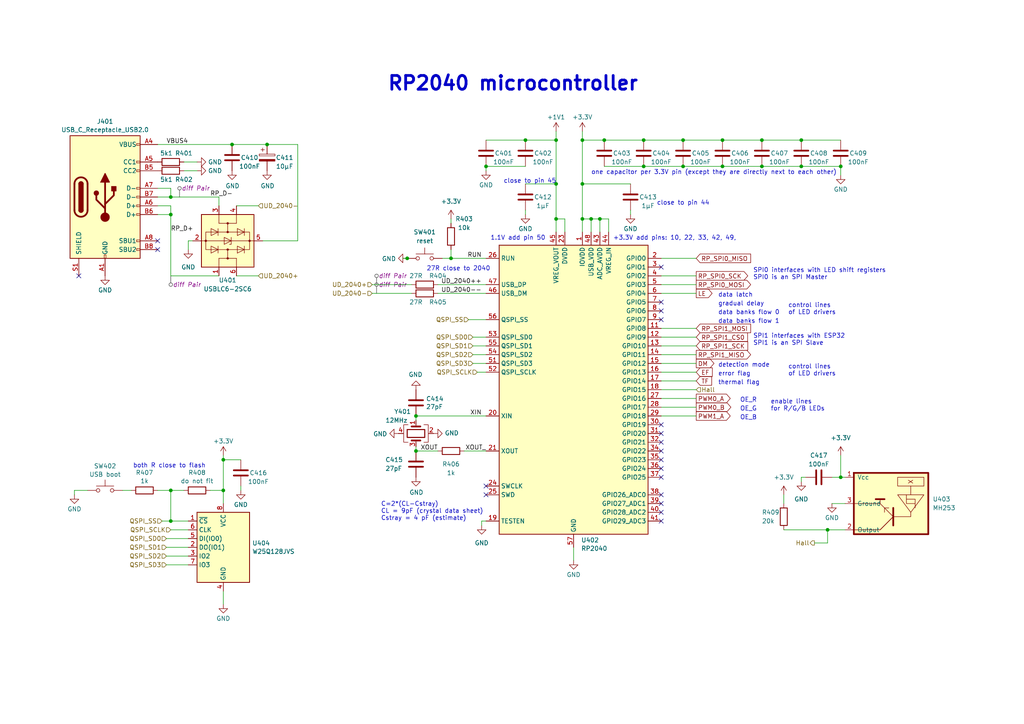
<source format=kicad_sch>
(kicad_sch (version 20231120) (generator "eeschema") (generator_version "8.0")
  (paper "A4")
  (title_block (title "RD56_color") (date "2023-08-20") (rev "Rev 2") (company "Ludwin Monz") (comment 1 "you may not use the material for commercial purposes.") (comment 2 "you may use non-commercially, adapt, share alike ") (comment 3 "https://creativecommons.org/licenses/by-nc-sa/4.0/") (comment 4 "License: Creative Commons Attribution-Non-Commercial (CC BY-NC-SA)"))
  (lib_symbols
    (symbol "Connector:USB_C_Receptacle_USB2.0" (pin_names (offset 1.016))
      (property "Reference" "J" (at -10.16 19.05 0))
      (property "Value" "USB_C_Receptacle_USB2.0" (at 19.05 19.05 0))
      (symbol "USB_C_Receptacle_USB2.0_0_0"
        (rectangle (start -0.254 -17.78) (end 0.254 -16.764))
        (rectangle (start 10.16 -14.986) (end 9.144 -15.494))
        (rectangle (start 10.16 -12.446) (end 9.144 -12.954))
        (rectangle (start 10.16 -4.826) (end 9.144 -5.334))
        (rectangle (start 10.16 -2.286) (end 9.144 -2.794))
        (rectangle (start 10.16 0.254) (end 9.144 -0.254))
        (rectangle (start 10.16 2.794) (end 9.144 2.286))
        (rectangle (start 10.16 7.874) (end 9.144 7.366))
        (rectangle (start 10.16 10.414) (end 9.144 9.906))
        (rectangle (start 10.16 15.494) (end 9.144 14.986))
      )
      (symbol "USB_C_Receptacle_USB2.0_0_1"
        (rectangle (start -10.16 17.78) (end 10.16 -17.78) (stroke (width 0.254)) (fill (type background)))
        (arc (start -8.89 -3.81) (mid -6.985 -5.7067) (end -5.08 -3.81) (stroke (width 0.508)))
        (arc (start -7.62 -3.81) (mid -6.985 -4.4423) (end -6.35 -3.81) (stroke (width 0.254)))
        (arc (start -7.62 -3.81) (mid -6.985 -4.4423) (end -6.35 -3.81) (stroke (width 0.254)) (fill (type outline)))
        (rectangle (start -7.62 -3.81) (end -6.35 3.81) (stroke (width 0.254)) (fill (type outline)))
        (arc (start -6.35 3.81) (mid -6.985 4.4423) (end -7.62 3.81) (stroke (width 0.254)))
        (arc (start -6.35 3.81) (mid -6.985 4.4423) (end -7.62 3.81) (stroke (width 0.254)) (fill (type outline)))
        (arc (start -5.08 3.81) (mid -6.985 5.7067) (end -8.89 3.81) (stroke (width 0.508)))
        (circle (center -2.54 1.143) (radius 0.635) (stroke (width 0.254)) (fill (type outline)))
        (circle (center 0 -5.842) (radius 1.27) (fill (type outline)))
        (polyline (pts (xy -8.89 -3.81) (xy -8.89 3.81)) (stroke (width 0.508)))
        (polyline (pts (xy -5.08 3.81) (xy -5.08 -3.81)) (stroke (width 0.508)))
        (polyline (pts (xy 0 -5.842) (xy 0 4.318)) (stroke (width 0.508)))
        (polyline (pts (xy 0 -3.302) (xy -2.54 -0.762) (xy -2.54 0.508)) (stroke (width 0.508)))
        (polyline (pts (xy 0 -2.032) (xy 2.54 0.508) (xy 2.54 1.778)) (stroke (width 0.508)))
        (polyline (pts (xy -1.27 4.318) (xy 0 6.858) (xy 1.27 4.318) (xy -1.27 4.318)) (stroke (width 0.254)) (fill (type outline)))
        (rectangle (start 1.905 1.778) (end 3.175 3.048) (stroke (width 0.254)) (fill (type outline)))
      )
      (symbol "USB_C_Receptacle_USB2.0_1_1"
        (pin passive line (at 0 -22.86 90) (length 5.08) (name "GND") (number "A1"))
        (pin passive line (at 0 -22.86 90) (length 5.08) hide (name "GND") (number "A12"))
        (pin passive line (at 15.24 15.24 180) (length 5.08) (name "VBUS") (number "A4"))
        (pin bidirectional line (at 15.24 10.16 180) (length 5.08) (name "CC1") (number "A5"))
        (pin bidirectional line (at 15.24 -2.54 180) (length 5.08) (name "D+") (number "A6"))
        (pin bidirectional line (at 15.24 2.54 180) (length 5.08) (name "D-") (number "A7"))
        (pin bidirectional line (at 15.24 -12.7 180) (length 5.08) (name "SBU1") (number "A8"))
        (pin passive line (at 15.24 15.24 180) (length 5.08) hide (name "VBUS") (number "A9"))
        (pin passive line (at 0 -22.86 90) (length 5.08) hide (name "GND") (number "B1"))
        (pin passive line (at 0 -22.86 90) (length 5.08) hide (name "GND") (number "B12"))
        (pin passive line (at 15.24 15.24 180) (length 5.08) hide (name "VBUS") (number "B4"))
        (pin bidirectional line (at 15.24 7.62 180) (length 5.08) (name "CC2") (number "B5"))
        (pin bidirectional line (at 15.24 -5.08 180) (length 5.08) (name "D+") (number "B6"))
        (pin bidirectional line (at 15.24 0 180) (length 5.08) (name "D-") (number "B7"))
        (pin bidirectional line (at 15.24 -15.24 180) (length 5.08) (name "SBU2") (number "B8"))
        (pin passive line (at 15.24 15.24 180) (length 5.08) hide (name "VBUS") (number "B9"))
        (pin passive line (at -7.62 -22.86 90) (length 5.08) (name "SHIELD") (number "S1"))
      )
    )
    (symbol "Device:C" (pin_numbers hide) (pin_names (offset 0.254))
      (property "Reference" "C" (at 0.635 2.54 0))
      (property "Value" "C" (at 0.635 -2.54 0))
      (symbol "C_0_1"
        (polyline (pts (xy -2.032 -0.762) (xy 2.032 -0.762)) (stroke (width 0.508)))
        (polyline (pts (xy -2.032 0.762) (xy 2.032 0.762)) (stroke (width 0.508)))
      )
      (symbol "C_1_1"
        (pin passive line (at 0 3.81 270) (length 2.794) (name "~") (number "1"))
        (pin passive line (at 0 -3.81 90) (length 2.794) (name "~") (number "2"))
      )
    )
    (symbol "Device:Crystal_GND24" (pin_names (offset 1.016) hide)
      (property "Reference" "Y" (at 3.175 5.08 0))
      (property "Value" "Crystal_GND24" (at 3.175 3.175 0))
      (symbol "Crystal_GND24_0_1"
        (rectangle (start -1.143 2.54) (end 1.143 -2.54) (stroke (width 0.3048)))
        (polyline (pts (xy -2.54 0) (xy -2.032 0)))
        (polyline (pts (xy -2.032 -1.27) (xy -2.032 1.27)) (stroke (width 0.508)))
        (polyline (pts (xy 0 -3.81) (xy 0 -3.556)))
        (polyline (pts (xy 0 3.556) (xy 0 3.81)))
        (polyline (pts (xy 2.032 -1.27) (xy 2.032 1.27)) (stroke (width 0.508)))
        (polyline (pts (xy 2.032 0) (xy 2.54 0)))
        (polyline (pts (xy -2.54 -2.286) (xy -2.54 -3.556) (xy 2.54 -3.556) (xy 2.54 -2.286)))
        (polyline (pts (xy -2.54 2.286) (xy -2.54 3.556) (xy 2.54 3.556) (xy 2.54 2.286)))
      )
      (symbol "Crystal_GND24_1_1"
        (pin passive line (at -3.81 0 0) (length 1.27) (name "1") (number "1"))
        (pin passive line (at 0 5.08 270) (length 1.27) (name "2") (number "2"))
        (pin passive line (at 3.81 0 180) (length 1.27) (name "3") (number "3"))
        (pin passive line (at 0 -5.08 90) (length 1.27) (name "4") (number "4"))
      )
    )
    (symbol "Device:R" (pin_numbers hide) (pin_names (offset 0))
      (property "Reference" "R" (at 2.032 0 90))
      (property "Value" "R" (at 0 0 90))
      (symbol "R_0_1"
        (rectangle (start -1.016 -2.54) (end 1.016 2.54) (stroke (width 0.254)))
      )
      (symbol "R_1_1"
        (pin passive line (at 0 3.81 270) (length 1.27) (name "~") (number "1"))
        (pin passive line (at 0 -3.81 90) (length 1.27) (name "~") (number "2"))
      )
    )
    (symbol "MCU_RaspberryPi:RP2040"
      (property "Reference" "U" (at 17.78 45.72 0))
      (property "Value" "RP2040" (at 17.78 43.18 0))
      (symbol "RP2040_0_1"
        (rectangle (start -21.59 41.91) (end 21.59 -41.91) (stroke (width 0.254)) (fill (type background)))
      )
      (symbol "RP2040_1_1"
        (pin power_in line (at 2.54 45.72 270) (length 3.81) (name "IOVDD") (number "1"))
        (pin passive line (at 2.54 45.72 270) (length 3.81) hide (name "IOVDD") (number "10"))
        (pin bidirectional line (at 25.4 17.78 180) (length 3.81) (name "GPIO8") (number "11"))
        (pin bidirectional line (at 25.4 15.24 180) (length 3.81) (name "GPIO9") (number "12"))
        (pin bidirectional line (at 25.4 12.7 180) (length 3.81) (name "GPIO10") (number "13"))
        (pin bidirectional line (at 25.4 10.16 180) (length 3.81) (name "GPIO11") (number "14"))
        (pin bidirectional line (at 25.4 7.62 180) (length 3.81) (name "GPIO12") (number "15"))
        (pin bidirectional line (at 25.4 5.08 180) (length 3.81) (name "GPIO13") (number "16"))
        (pin bidirectional line (at 25.4 2.54 180) (length 3.81) (name "GPIO14") (number "17"))
        (pin bidirectional line (at 25.4 0 180) (length 3.81) (name "GPIO15") (number "18"))
        (pin input line (at -25.4 -38.1 0) (length 3.81) (name "TESTEN") (number "19"))
        (pin bidirectional line (at 25.4 38.1 180) (length 3.81) (name "GPIO0") (number "2"))
        (pin input line (at -25.4 -7.62 0) (length 3.81) (name "XIN") (number "20"))
        (pin passive line (at -25.4 -17.78 0) (length 3.81) (name "XOUT") (number "21"))
        (pin passive line (at 2.54 45.72 270) (length 3.81) hide (name "IOVDD") (number "22"))
        (pin power_in line (at -2.54 45.72 270) (length 3.81) (name "DVDD") (number "23"))
        (pin input line (at -25.4 -27.94 0) (length 3.81) (name "SWCLK") (number "24"))
        (pin bidirectional line (at -25.4 -30.48 0) (length 3.81) (name "SWD") (number "25"))
        (pin input line (at -25.4 38.1 0) (length 3.81) (name "RUN") (number "26"))
        (pin bidirectional line (at 25.4 -2.54 180) (length 3.81) (name "GPIO16") (number "27"))
        (pin bidirectional line (at 25.4 -5.08 180) (length 3.81) (name "GPIO17") (number "28"))
        (pin bidirectional line (at 25.4 -7.62 180) (length 3.81) (name "GPIO18") (number "29"))
        (pin bidirectional line (at 25.4 35.56 180) (length 3.81) (name "GPIO1") (number "3"))
        (pin bidirectional line (at 25.4 -10.16 180) (length 3.81) (name "GPIO19") (number "30"))
        (pin bidirectional line (at 25.4 -12.7 180) (length 3.81) (name "GPIO20") (number "31"))
        (pin bidirectional line (at 25.4 -15.24 180) (length 3.81) (name "GPIO21") (number "32"))
        (pin passive line (at 2.54 45.72 270) (length 3.81) hide (name "IOVDD") (number "33"))
        (pin bidirectional line (at 25.4 -17.78 180) (length 3.81) (name "GPIO22") (number "34"))
        (pin bidirectional line (at 25.4 -20.32 180) (length 3.81) (name "GPIO23") (number "35"))
        (pin bidirectional line (at 25.4 -22.86 180) (length 3.81) (name "GPIO24") (number "36"))
        (pin bidirectional line (at 25.4 -25.4 180) (length 3.81) (name "GPIO25") (number "37"))
        (pin bidirectional line (at 25.4 -30.48 180) (length 3.81) (name "GPIO26_ADC0") (number "38"))
        (pin bidirectional line (at 25.4 -33.02 180) (length 3.81) (name "GPIO27_ADC1") (number "39"))
        (pin bidirectional line (at 25.4 33.02 180) (length 3.81) (name "GPIO2") (number "4"))
        (pin bidirectional line (at 25.4 -35.56 180) (length 3.81) (name "GPIO28_ADC2") (number "40"))
        (pin bidirectional line (at 25.4 -38.1 180) (length 3.81) (name "GPIO29_ADC3") (number "41"))
        (pin passive line (at 2.54 45.72 270) (length 3.81) hide (name "IOVDD") (number "42"))
        (pin power_in line (at 7.62 45.72 270) (length 3.81) (name "ADC_AVDD") (number "43"))
        (pin power_in line (at 10.16 45.72 270) (length 3.81) (name "VREG_IN") (number "44"))
        (pin power_out line (at -5.08 45.72 270) (length 3.81) (name "VREG_VOUT") (number "45"))
        (pin bidirectional line (at -25.4 27.94 0) (length 3.81) (name "USB_DM") (number "46"))
        (pin bidirectional line (at -25.4 30.48 0) (length 3.81) (name "USB_DP") (number "47"))
        (pin power_in line (at 5.08 45.72 270) (length 3.81) (name "USB_VDD") (number "48"))
        (pin passive line (at 2.54 45.72 270) (length 3.81) hide (name "IOVDD") (number "49"))
        (pin bidirectional line (at 25.4 30.48 180) (length 3.81) (name "GPIO3") (number "5"))
        (pin passive line (at -2.54 45.72 270) (length 3.81) hide (name "DVDD") (number "50"))
        (pin bidirectional line (at -25.4 7.62 0) (length 3.81) (name "QSPI_SD3") (number "51"))
        (pin output line (at -25.4 5.08 0) (length 3.81) (name "QSPI_SCLK") (number "52"))
        (pin bidirectional line (at -25.4 15.24 0) (length 3.81) (name "QSPI_SD0") (number "53"))
        (pin bidirectional line (at -25.4 10.16 0) (length 3.81) (name "QSPI_SD2") (number "54"))
        (pin bidirectional line (at -25.4 12.7 0) (length 3.81) (name "QSPI_SD1") (number "55"))
        (pin bidirectional line (at -25.4 20.32 0) (length 3.81) (name "QSPI_SS") (number "56"))
        (pin power_in line (at 0 -45.72 90) (length 3.81) (name "GND") (number "57"))
        (pin bidirectional line (at 25.4 27.94 180) (length 3.81) (name "GPIO4") (number "6"))
        (pin bidirectional line (at 25.4 25.4 180) (length 3.81) (name "GPIO5") (number "7"))
        (pin bidirectional line (at 25.4 22.86 180) (length 3.81) (name "GPIO6") (number "8"))
        (pin bidirectional line (at 25.4 20.32 180) (length 3.81) (name "GPIO7") (number "9"))
      )
    )
    (symbol "Memory_Flash:W25Q128JVS"
      (property "Reference" "U" (at -8.89 8.89 0))
      (property "Value" "W25Q128JVS" (at 7.62 8.89 0))
      (symbol "W25Q128JVS_0_1"
        (rectangle (start -7.62 10.16) (end 7.62 -10.16) (stroke (width 0.254)) (fill (type background)))
      )
      (symbol "W25Q128JVS_1_1"
        (pin input line (at -10.16 7.62 0) (length 2.54) (name "~{CS}") (number "1"))
        (pin bidirectional line (at -10.16 0 0) (length 2.54) (name "DO(IO1)") (number "2"))
        (pin bidirectional line (at -10.16 -2.54 0) (length 2.54) (name "IO2") (number "3"))
        (pin power_in line (at 0 -12.7 90) (length 2.54) (name "GND") (number "4"))
        (pin bidirectional line (at -10.16 2.54 0) (length 2.54) (name "DI(IO0)") (number "5"))
        (pin input line (at -10.16 5.08 0) (length 2.54) (name "CLK") (number "6"))
        (pin bidirectional line (at -10.16 -5.08 0) (length 2.54) (name "IO3") (number "7"))
        (pin power_in line (at 0 12.7 270) (length 2.54) (name "VCC") (number "8"))
      )
    )
    (symbol "Power_Protection:USBLC6-2SC6" (pin_names hide)
      (property "Reference" "U" (at 2.54 8.89 0))
      (property "Value" "USBLC6-2SC6" (at 2.54 -8.89 0))
      (symbol "USBLC6-2SC6_0_1"
        (rectangle (start -7.62 -7.62) (end 7.62 7.62) (stroke (width 0.254)) (fill (type background)))
        (circle (center -5.08 0) (radius 0.254) (fill (type outline)))
        (circle (center -2.54 0) (radius 0.254) (fill (type outline)))
        (rectangle (start -2.54 6.35) (end 2.54 -6.35))
        (circle (center 0 -6.35) (radius 0.254) (fill (type outline)))
        (polyline (pts (xy -5.08 -2.54) (xy -7.62 -2.54)))
        (polyline (pts (xy -5.08 0) (xy -5.08 -2.54)))
        (polyline (pts (xy -5.08 2.54) (xy -7.62 2.54)))
        (polyline (pts (xy -1.524 -2.794) (xy -3.556 -2.794)))
        (polyline (pts (xy -1.524 4.826) (xy -3.556 4.826)))
        (polyline (pts (xy 0 -7.62) (xy 0 -6.35)))
        (polyline (pts (xy 0 -6.35) (xy 0 1.27)))
        (polyline (pts (xy 0 1.27) (xy 0 6.35)))
        (polyline (pts (xy 0 6.35) (xy 0 7.62)))
        (polyline (pts (xy 1.524 -2.794) (xy 3.556 -2.794)))
        (polyline (pts (xy 1.524 4.826) (xy 3.556 4.826)))
        (polyline (pts (xy 5.08 -2.54) (xy 7.62 -2.54)))
        (polyline (pts (xy 5.08 0) (xy 5.08 -2.54)))
        (polyline (pts (xy 5.08 2.54) (xy 7.62 2.54)))
        (polyline (pts (xy -2.54 0) (xy -5.08 0) (xy -5.08 2.54)))
        (polyline (pts (xy 2.54 0) (xy 5.08 0) (xy 5.08 2.54)))
        (polyline (pts (xy -3.556 -4.826) (xy -1.524 -4.826) (xy -2.54 -2.794) (xy -3.556 -4.826)))
        (polyline (pts (xy -3.556 2.794) (xy -1.524 2.794) (xy -2.54 4.826) (xy -3.556 2.794)))
        (polyline (pts (xy -1.016 -1.016) (xy 1.016 -1.016) (xy 0 1.016) (xy -1.016 -1.016)))
        (polyline (pts (xy 1.016 1.016) (xy 0.762 1.016) (xy -1.016 1.016) (xy -1.016 0.508)))
        (polyline (pts (xy 3.556 -4.826) (xy 1.524 -4.826) (xy 2.54 -2.794) (xy 3.556 -4.826)))
        (polyline (pts (xy 3.556 2.794) (xy 1.524 2.794) (xy 2.54 4.826) (xy 3.556 2.794)))
        (circle (center 0 6.35) (radius 0.254) (fill (type outline)))
        (circle (center 2.54 0) (radius 0.254) (fill (type outline)))
        (circle (center 5.08 0) (radius 0.254) (fill (type outline)))
      )
      (symbol "USBLC6-2SC6_1_1"
        (pin passive line (at -10.16 -2.54 0) (length 2.54) (name "I/O1") (number "1"))
        (pin passive line (at 0 -10.16 90) (length 2.54) (name "GND") (number "2"))
        (pin passive line (at 10.16 -2.54 180) (length 2.54) (name "I/O2") (number "3"))
        (pin passive line (at 10.16 2.54 180) (length 2.54) (name "I/O2") (number "4"))
        (pin passive line (at 0 10.16 270) (length 2.54) (name "VBUS") (number "5"))
        (pin passive line (at -10.16 2.54 0) (length 2.54) (name "I/O1") (number "6"))
      )
    )
    (symbol "RD40_display_SMD-rescue:CP-Device" (pin_numbers hide) (pin_names (offset 0.254))
      (property "Reference" "C" (at 0.635 2.54 0))
      (property "Value" "Device_CP" (at 0.635 -2.54 0))
      (symbol "CP-Device_0_1"
        (rectangle (start -2.286 0.508) (end 2.286 1.016))
        (polyline (pts (xy -1.778 2.286) (xy -0.762 2.286)))
        (polyline (pts (xy -1.27 2.794) (xy -1.27 1.778)))
        (rectangle (start 2.286 -0.508) (end -2.286 -1.016) (fill (type outline)))
      )
      (symbol "CP-Device_1_1"
        (pin passive line (at 0 3.81 270) (length 2.794) (name "~") (number "1"))
        (pin passive line (at 0 -3.81 90) (length 2.794) (name "~") (number "2"))
      )
    )
    (symbol "Switch:SW_Push" (pin_numbers hide) (pin_names (offset 1.016) hide)
      (property "Reference" "SW" (at 1.27 2.54 0))
      (property "Value" "SW_Push" (at 0 -1.524 0))
      (symbol "SW_Push_0_1"
        (circle (center -2.032 0) (radius 0.508))
        (polyline (pts (xy 0 1.27) (xy 0 3.048)))
        (polyline (pts (xy 2.54 1.27) (xy -2.54 1.27)))
        (circle (center 2.032 0) (radius 0.508))
        (pin passive line (at -5.08 0 0) (length 2.54) (name "1") (number "1"))
        (pin passive line (at 5.08 0 180) (length 2.54) (name "2") (number "2"))
      )
    )
    (symbol "a3144:MH253" (pin_names (offset 1.016))
      (property "Reference" "U" (at -1.27 3.81 0))
      (property "Value" "MH253" (at -1.27 1.27 0))
      (symbol "MH253_0_0"
        (polyline (pts (xy -2.54 -13.97) (xy -2.54 -16.51)) (stroke (width 0.508)))
        (polyline (pts (xy -1.27 -17.78) (xy -1.27 -22.86)))
        (polyline (pts (xy -1.27 -15.24) (xy -2.54 -15.24)))
        (polyline (pts (xy -1.27 -15.24) (xy -1.27 -17.78)))
        (polyline (pts (xy 0 -11.43) (xy 5.08 -11.43)) (stroke (width 0.508)))
        (polyline (pts (xy 2.54 -11.43) (xy 6.35 -15.24)))
        (polyline (pts (xy 6.35 -17.78) (xy 6.35 -22.86)))
        (polyline (pts (xy 6.35 -15.24) (xy 6.35 -17.78)))
        (polyline (pts (xy 1.27 -6.35) (xy 2.54 -6.35) (xy 2.54 -11.43)))
        (polyline (pts (xy 0 -13.97) (xy 1.27 -13.97) (xy 0 -13.97) (xy 0 -12.7)))
        (polyline (pts (xy 2.54 -11.43) (xy -1.27 -15.24) (xy 2.54 -11.43) (xy 6.35 -15.24)))
        (polyline (pts (xy -10.16 -22.86) (xy 7.62 -22.86) (xy 7.62 -1.27) (xy -10.16 -1.27) (xy -10.16 -22.86)) (stroke (width 0.508)) (fill (type background)))
        (text "X" (at -7.62 -6.35 0) (effects (font (size 1.27 1.27))))
      )
      (symbol "MH253_0_1"
        (polyline (pts (xy -3.81 -6.35) (xy -6.35 -6.35)))
        (polyline (pts (xy 1.27 -6.35) (xy -3.81 -2.54) (xy -3.81 -10.16) (xy 1.27 -6.35)))
        (polyline (pts (xy -6.35 -2.54) (xy -8.89 -2.54) (xy -8.89 -10.16) (xy -6.35 -10.16) (xy -6.35 -2.54)))
        (polyline (pts (xy -3.81 -7.62) (xy -1.27 -7.62) (xy -1.27 -5.08) (xy 0 -5.08) (xy -2.54 -5.08) (xy -2.54 -7.62) (xy -2.54 -6.35) (xy -2.54 -7.62)))
      )
      (symbol "MH253_1_1"
        (pin input line (at -8.89 -25.4 90) (length 2.54) (name "Vcc") (number "1"))
        (pin input line (at 6.35 -25.4 90) (length 2.54) (name "Output") (number "2"))
        (pin input line (at -1.27 -25.4 90) (length 2.54) (name "Ground") (number "3"))
      )
    )
    (symbol "power:+1V1" (power) (pin_names (offset 0))
      (property "Value" "+1V1" (at 0 3.556 0))
      (symbol "+1V1_0_1"
        (polyline (pts (xy -0.762 1.27) (xy 0 2.54)))
        (polyline (pts (xy 0 0) (xy 0 2.54)))
        (polyline (pts (xy 0 2.54) (xy 0.762 1.27)))
      )
      (symbol "+1V1_1_1"
        (pin power_in line (at 0 0 90) (length 0) hide (name "+1V1") (number "1"))
      )
    )
    (symbol "power:+3.3V" (power) (pin_names (offset 0))
      (property "Value" "+3.3V" (at 0 3.556 0))
      (symbol "+3.3V_0_1"
        (polyline (pts (xy -0.762 1.27) (xy 0 2.54)))
        (polyline (pts (xy 0 0) (xy 0 2.54)))
        (polyline (pts (xy 0 2.54) (xy 0.762 1.27)))
      )
      (symbol "+3.3V_1_1"
        (pin power_in line (at 0 0 90) (length 0) hide (name "+3.3V") (number "1"))
      )
    )
    (symbol "power:GND" (power) (pin_names (offset 0))
      (property "Value" "GND" (at 0 -3.81 0))
      (symbol "GND_0_1"
        (polyline (pts (xy 0 0) (xy 0 -1.27) (xy 1.27 -1.27) (xy 0 -2.54) (xy -1.27 -1.27) (xy 0 -1.27)))
      )
      (symbol "GND_1_1"
        (pin power_in line (at 0 0 270) (length 0) hide (name "GND") (number "1"))
      )
    )
  )
  (junction (at 175.26 40.64))
  (junction (at 120.65 130.81))
  (junction (at 243.84 48.26))
  (junction (at 168.91 63.5))
  (junction (at 120.65 120.65))
  (junction (at 168.91 40.64))
  (junction (at 161.29 53.34))
  (junction (at 173.99 63.5))
  (junction (at 140.97 48.26))
  (junction (at 130.81 74.93))
  (junction (at 232.41 48.26))
  (junction (at 64.77 142.24))
  (junction (at 232.41 40.64))
  (junction (at 209.55 40.64))
  (junction (at 152.4 40.64))
  (junction (at 49.53 57.15))
  (junction (at 161.29 63.5))
  (junction (at 49.53 142.24))
  (junction (at 209.55 48.26))
  (junction (at 168.91 53.34))
  (junction (at 118.11 74.93))
  (junction (at 186.69 40.64))
  (junction (at 64.77 133.35))
  (junction (at 240.03 153.67))
  (junction (at 186.69 48.26))
  (junction (at 49.53 62.23))
  (junction (at 161.29 40.64))
  (junction (at 220.98 40.64))
  (junction (at 198.12 40.64))
  (junction (at 49.53 151.13))
  (junction (at 171.45 63.5))
  (junction (at 77.47 41.91))
  (junction (at 220.98 48.26))
  (junction (at 67.31 41.91))
  (junction (at 198.12 48.26))
  (junction (at 243.84 138.43))
  (no_connect (at 191.77 133.35))
  (no_connect (at 191.77 146.05))
  (no_connect (at 191.77 151.13))
  (no_connect (at 45.72 72.39))
  (no_connect (at 191.77 143.51))
  (no_connect (at 191.77 123.19))
  (no_connect (at 191.77 138.43))
  (no_connect (at 191.77 148.59))
  (no_connect (at 22.86 80.01))
  (no_connect (at 191.77 77.47))
  (no_connect (at 191.77 125.73))
  (no_connect (at 191.77 92.71))
  (no_connect (at 191.77 130.81))
  (no_connect (at 45.72 69.85))
  (no_connect (at 140.97 143.51))
  (no_connect (at 191.77 90.17))
  (no_connect (at 140.97 140.97))
  (no_connect (at 191.77 128.27))
  (no_connect (at 191.77 135.89))
  (no_connect (at 191.77 87.63))
  (wire (pts (xy 130.81 72.39) (xy 130.81 74.93)))
  (wire (pts (xy 168.91 53.34) (xy 168.91 63.5)))
  (wire (pts (xy 49.53 57.15) (xy 49.53 54.61)))
  (wire (pts (xy 168.91 63.5) (xy 171.45 63.5)))
  (wire (pts (xy 49.53 142.24) (xy 53.34 142.24)))
  (wire (pts (xy 69.85 140.97) (xy 69.85 142.24)))
  (wire (pts (xy 227.33 143.51) (xy 227.33 146.05)))
  (wire (pts (xy 120.65 130.81) (xy 127 130.81)))
  (wire (pts (xy 166.37 158.75) (xy 166.37 162.56)))
  (wire (pts (xy 176.53 63.5) (xy 173.99 63.5)))
  (wire (pts (xy 86.36 41.91) (xy 86.36 69.85)))
  (wire (pts (xy 171.45 63.5) (xy 171.45 67.31)))
  (wire (pts (xy 49.53 151.13) (xy 49.53 142.24)))
  (wire (pts (xy 120.65 129.54) (xy 120.65 130.81)))
  (wire (pts (xy 232.41 48.26) (xy 243.84 48.26)))
  (wire (pts (xy 64.77 132.08) (xy 64.77 133.35)))
  (wire (pts (xy 173.99 63.5) (xy 171.45 63.5)))
  (wire (pts (xy 48.26 158.75) (xy 54.61 158.75)))
  (wire (pts (xy 175.26 48.26) (xy 186.69 48.26)))
  (wire (pts (xy 168.91 40.64) (xy 168.91 53.34)))
  (wire (pts (xy 232.41 40.64) (xy 243.84 40.64)))
  (wire (pts (xy 186.69 40.64) (xy 198.12 40.64)))
  (wire (pts (xy 64.77 146.05) (xy 64.77 142.24)))
  (wire (pts (xy 191.77 115.57) (xy 201.93 115.57)))
  (wire (pts (xy 64.77 171.45) (xy 64.77 175.26)))
  (wire (pts (xy 137.16 102.87) (xy 140.97 102.87)))
  (wire (pts (xy 168.91 67.31) (xy 168.91 63.5)))
  (wire (pts (xy 48.26 163.83) (xy 54.61 163.83)))
  (wire (pts (xy 138.43 107.95) (xy 140.97 107.95)))
  (wire (pts (xy 236.22 157.48) (xy 240.03 157.48)))
  (wire (pts (xy 186.69 48.26) (xy 198.12 48.26)))
  (wire (pts (xy 49.53 80.01) (xy 63.5 80.01)))
  (wire (pts (xy 243.84 132.08) (xy 243.84 138.43)))
  (wire (pts (xy 163.83 67.31) (xy 163.83 63.5)))
  (wire (pts (xy 161.29 40.64) (xy 161.29 53.34)))
  (wire (pts (xy 152.4 53.34) (xy 161.29 53.34)))
  (wire (pts (xy 68.58 80.01) (xy 74.93 80.01)))
  (wire (pts (xy 49.53 153.67) (xy 54.61 153.67)))
  (wire (pts (xy 54.61 151.13) (xy 49.53 151.13)))
  (wire (pts (xy 45.72 59.69) (xy 49.53 59.69)))
  (wire (pts (xy 139.7 151.13) (xy 140.97 151.13)))
  (wire (pts (xy 49.53 54.61) (xy 45.72 54.61)))
  (wire (pts (xy 168.91 40.64) (xy 168.91 38.1)))
  (wire (pts (xy 161.29 38.1) (xy 161.29 40.64)))
  (wire (pts (xy 140.97 48.26) (xy 140.97 49.53)))
  (wire (pts (xy 140.97 48.26) (xy 152.4 48.26)))
  (wire (pts (xy 64.77 133.35) (xy 69.85 133.35)))
  (wire (pts (xy 240.03 153.67) (xy 245.11 153.67)))
  (wire (pts (xy 168.91 53.34) (xy 182.88 53.34)))
  (wire (pts (xy 139.7 152.4) (xy 139.7 151.13)))
  (wire (pts (xy 243.84 138.43) (xy 245.11 138.43)))
  (wire (pts (xy 227.33 153.67) (xy 240.03 153.67)))
  (wire (pts (xy 120.65 120.65) (xy 120.65 121.92)))
  (wire (pts (xy 21.59 143.51) (xy 21.59 142.24)))
  (wire (pts (xy 191.77 107.95) (xy 201.93 107.95)))
  (wire (pts (xy 68.58 59.69) (xy 74.93 59.69)))
  (wire (pts (xy 209.55 48.26) (xy 220.98 48.26)))
  (wire (pts (xy 86.36 69.85) (xy 76.2 69.85)))
  (wire (pts (xy 220.98 40.64) (xy 232.41 40.64)))
  (wire (pts (xy 134.62 130.81) (xy 140.97 130.81)))
  (wire (pts (xy 191.77 85.09) (xy 201.93 85.09)))
  (wire (pts (xy 241.3 146.05) (xy 245.11 146.05)))
  (wire (pts (xy 130.81 74.93) (xy 140.97 74.93)))
  (wire (pts (xy 53.34 49.53) (xy 57.15 49.53)))
  (wire (pts (xy 128.27 74.93) (xy 130.81 74.93)))
  (wire (pts (xy 241.3 138.43) (xy 243.84 138.43)))
  (wire (pts (xy 77.47 41.91) (xy 86.36 41.91)))
  (wire (pts (xy 173.99 67.31) (xy 173.99 63.5)))
  (wire (pts (xy 175.26 40.64) (xy 186.69 40.64)))
  (wire (pts (xy 137.16 105.41) (xy 140.97 105.41)))
  (wire (pts (xy 152.4 40.64) (xy 161.29 40.64)))
  (wire (pts (xy 45.72 142.24) (xy 49.53 142.24)))
  (wire (pts (xy 45.72 57.15) (xy 49.53 57.15)))
  (wire (pts (xy 191.77 102.87) (xy 201.93 102.87)))
  (wire (pts (xy 67.31 41.91) (xy 77.47 41.91)))
  (wire (pts (xy 176.53 67.31) (xy 176.53 63.5)))
  (wire (pts (xy 49.53 62.23) (xy 49.53 59.69)))
  (wire (pts (xy 152.4 60.96) (xy 152.4 62.23)))
  (wire (pts (xy 191.77 82.55) (xy 201.93 82.55)))
  (wire (pts (xy 191.77 120.65) (xy 201.93 120.65)))
  (wire (pts (xy 35.56 142.24) (xy 38.1 142.24)))
  (wire (pts (xy 53.34 46.99) (xy 57.15 46.99)))
  (wire (pts (xy 49.53 57.15) (xy 63.5 57.15)))
  (wire (pts (xy 161.29 63.5) (xy 161.29 67.31)))
  (wire (pts (xy 130.81 63.5) (xy 130.81 64.77)))
  (wire (pts (xy 198.12 40.64) (xy 209.55 40.64)))
  (wire (pts (xy 191.77 74.93) (xy 201.93 74.93)))
  (wire (pts (xy 21.59 142.24) (xy 25.4 142.24)))
  (wire (pts (xy 243.84 48.26) (xy 243.84 50.8)))
  (wire (pts (xy 107.95 85.09) (xy 119.38 85.09)))
  (wire (pts (xy 64.77 133.35) (xy 64.77 142.24)))
  (wire (pts (xy 137.16 97.79) (xy 140.97 97.79)))
  (wire (pts (xy 140.97 40.64) (xy 152.4 40.64)))
  (wire (pts (xy 161.29 53.34) (xy 161.29 63.5)))
  (wire (pts (xy 48.26 156.21) (xy 54.61 156.21)))
  (wire (pts (xy 120.65 120.65) (xy 140.97 120.65)))
  (wire (pts (xy 191.77 80.01) (xy 201.93 80.01)))
  (wire (pts (xy 191.77 95.25) (xy 201.93 95.25)))
  (wire (pts (xy 127 82.55) (xy 140.97 82.55)))
  (wire (pts (xy 137.16 100.33) (xy 140.97 100.33)))
  (wire (pts (xy 232.41 139.7) (xy 232.41 138.43)))
  (wire (pts (xy 163.83 63.5) (xy 161.29 63.5)))
  (wire (pts (xy 46.99 151.13) (xy 49.53 151.13)))
  (wire (pts (xy 48.26 161.29) (xy 54.61 161.29)))
  (wire (pts (xy 54.61 72.39) (xy 54.61 69.85)))
  (wire (pts (xy 127 85.09) (xy 140.97 85.09)))
  (wire (pts (xy 182.88 60.96) (xy 182.88 62.23)))
  (wire (pts (xy 135.89 92.71) (xy 140.97 92.71)))
  (wire (pts (xy 232.41 138.43) (xy 233.68 138.43)))
  (wire (pts (xy 49.53 62.23) (xy 49.53 80.01)))
  (wire (pts (xy 220.98 48.26) (xy 232.41 48.26)))
  (wire (pts (xy 54.61 69.85) (xy 55.88 69.85)))
  (wire (pts (xy 209.55 40.64) (xy 220.98 40.64)))
  (wire (pts (xy 64.77 142.24) (xy 60.96 142.24)))
  (wire (pts (xy 240.03 157.48) (xy 240.03 153.67)))
  (wire (pts (xy 191.77 105.41) (xy 201.93 105.41)))
  (wire (pts (xy 63.5 57.15) (xy 63.5 59.69)))
  (wire (pts (xy 45.72 62.23) (xy 49.53 62.23)))
  (wire (pts (xy 191.77 113.03) (xy 201.93 113.03)))
  (wire (pts (xy 45.72 41.91) (xy 67.31 41.91)))
  (wire (pts (xy 198.12 48.26) (xy 209.55 48.26)))
  (wire (pts (xy 191.77 118.11) (xy 201.93 118.11)))
  (wire (pts (xy 175.26 40.64) (xy 168.91 40.64)))
  (wire (pts (xy 191.77 110.49) (xy 201.93 110.49)))
  (wire (pts (xy 107.95 82.55) (xy 119.38 82.55)))
  (wire (pts (xy 116.84 74.93) (xy 118.11 74.93)))
  (wire (pts (xy 191.77 97.79) (xy 201.93 97.79)))
  (wire (pts (xy 191.77 100.33) (xy 201.93 100.33)))
  (text "SPI0 interfaces with LED shift registers\nSPI0 is an SPI Master" (at 218.44 81.28 0) (effects (font (size 1.27 1.27)) (justify left bottom)))
  (text "data latch" (at 208.28 86.36 0) (effects (font (size 1.27 1.27)) (justify left bottom)))
  (text "27R close to 2040" (at 142.24 78.74 0) (effects (font (size 1.27 1.27)) (justify right bottom)))
  (text "OE_R" (at 214.63 116.84 0) (effects (font (size 1.27 1.27)) (justify left bottom)))
  (text "close to pin 44" (at 190.5 59.69 0) (effects (font (size 1.27 1.27)) (justify left bottom)))
  (text "control lines\nof LED drivers" (at 228.6 91.44 0) (effects (font (size 1.27 1.27)) (justify left bottom)))
  (text "data banks flow 0" (at 208.28 91.44 0) (effects (font (size 1.27 1.27)) (justify left bottom)))
  (text "control lines\nof LED drivers" (at 228.6 109.22 0) (effects (font (size 1.27 1.27)) (justify left bottom)))
  (text "SPI1 interfaces with ESP32\nSPI1 is an SPI Slave" (at 218.44 100.33 0) (effects (font (size 1.27 1.27)) (justify left bottom)))
  (text "data banks flow 1" (at 208.28 93.98 0) (effects (font (size 1.27 1.27)) (justify left bottom)))
  (text "OE_B" (at 214.63 121.92 0) (effects (font (size 1.27 1.27)) (justify left bottom)))
  (text "+3.3V add pins: 10, 22, 33, 42, 49,  " (at 177.8 69.85 0) (effects (font (size 1.27 1.27)) (justify left bottom)))
  (text "gradual delay" (at 208.28 88.9 0) (effects (font (size 1.27 1.27)) (justify left bottom)))
  (text "RP2040 microcontroller" (at 185.42 26.67 0) (effects (font (size 4 4) (thickness 0.8) (bold yes)) (justify right bottom)))
  (text "C=2*(CL-Cstray)\nCL = 9pF (crystal data sheet)\nCstray = 4 pF (estimate)" (at 110.49 151.13 0) (effects (font (size 1.27 1.27)) (justify left bottom)))
  (text "close to pin 45" (at 146.05 53.34 0) (effects (font (size 1.27 1.27)) (justify left bottom)))
  (text "detection mode" (at 208.28 106.68 0) (effects (font (size 1.27 1.27)) (justify left bottom)))
  (text "error flag" (at 208.28 109.22 0) (effects (font (size 1.27 1.27)) (justify left bottom)))
  (text "1.1V add pin 50" (at 142.24 69.85 0) (effects (font (size 1.27 1.27)) (justify left bottom)))
  (text "enable lines\nfor R/G/B LEDs " (at 223.52 119.38 0) (effects (font (size 1.27 1.27)) (justify left bottom)))
  (text "thermal flag" (at 208.28 111.76 0) (effects (font (size 1.27 1.27)) (justify left bottom)))
  (text "both R close to flash" (at 59.69 135.89 0) (effects (font (size 1.27 1.27)) (justify right bottom)))
  (text "one capacitor per 3.3V pin (except they are directly next to each other)" (at 171.45 50.8 0) (effects (font (size 1.27 1.27)) (justify left bottom)))
  (text "OE_G" (at 214.63 119.38 0) (effects (font (size 1.27 1.27)) (justify left bottom)))
  (label "XOUT" (at 127 130.81 180))
  (label "RP_D-" (at 60.96 57.15 0))
  (label "RUN" (at 139.7 74.93 180))
  (label "UD_2040--" (at 139.7 85.09 180))
  (label "XIN" (at 139.7 120.65 180))
  (label "UD_2040++" (at 139.7 82.55 180))
  (label "VBUS4" (at 48.26 41.91 0))
  (label "RP_D+" (at 49.53 67.31 0))
  (label "XOUT_" (at 140.97 130.81 180))
  (global_label "EF" (shape input) (at 201.93 107.95 0) (property "Intersheetrefs" "${INTERSHEET_REFS}" (effects (hide yes))))
  (global_label "RP_SPI0_MISO" (shape input) (at 201.93 74.93 0) (property "Intersheetrefs" "${INTERSHEET_REFS}" (effects (hide yes))))
  (global_label "RP_SPI1_MOSI" (shape input) (at 201.93 95.25 0) (property "Intersheetrefs" "${INTERSHEET_REFS}" (effects (hide yes))))
  (global_label "RP_SPI1_SCK" (shape input) (at 201.93 100.33 0) (property "Intersheetrefs" "${INTERSHEET_REFS}" (effects (hide yes))))
  (global_label "LE" (shape output) (at 201.93 85.09 0) (property "Intersheetrefs" "${INTERSHEET_REFS}" (effects (hide yes))))
  (global_label "TF" (shape input) (at 201.93 110.49 0) (property "Intersheetrefs" "${INTERSHEET_REFS}" (effects (hide yes))))
  (global_label "RP_SPI0_MOSI" (shape output) (at 201.93 82.55 0) (property "Intersheetrefs" "${INTERSHEET_REFS}" (effects (hide yes))))
  (global_label "RP_SPI1_CS0" (shape input) (at 201.93 97.79 0) (property "Intersheetrefs" "${INTERSHEET_REFS}" (effects (hide yes))))
  (global_label "PWM1_A" (shape output) (at 201.93 120.65 0) (property "Intersheetrefs" "${INTERSHEET_REFS}" (effects (hide yes))))
  (global_label "RP_SPI1_MISO" (shape output) (at 201.93 102.87 0) (property "Intersheetrefs" "${INTERSHEET_REFS}" (effects (hide yes))))
  (global_label "RP_SPI0_SCK" (shape output) (at 201.93 80.01 0) (property "Intersheetrefs" "${INTERSHEET_REFS}" (effects (hide yes))))
  (global_label "DM" (shape output) (at 201.93 105.41 0) (property "Intersheetrefs" "${INTERSHEET_REFS}" (effects (hide yes))))
  (global_label "PWM0_B" (shape output) (at 201.93 118.11 0) (property "Intersheetrefs" "${INTERSHEET_REFS}" (effects (hide yes))))
  (global_label "PWM0_A" (shape output) (at 201.93 115.57 0) (property "Intersheetrefs" "${INTERSHEET_REFS}" (effects (hide yes))))
  (hierarchical_label "QSPI_SD1" (shape input) (at 137.16 100.33 180))
  (hierarchical_label "Hall" (shape input) (at 201.93 113.03 0))
  (hierarchical_label "QSPI_SD3" (shape input) (at 137.16 105.41 180))
  (hierarchical_label "Hall" (shape output) (at 236.22 157.48 180))
  (hierarchical_label "QSPI_SD0" (shape input) (at 48.26 156.21 180))
  (hierarchical_label "UD_2040+" (shape input) (at 74.93 80.01 0))
  (hierarchical_label "QSPI_SS" (shape input) (at 46.99 151.13 180))
  (hierarchical_label "QSPI_SD3" (shape input) (at 48.26 163.83 180))
  (hierarchical_label "UD_2040-" (shape input) (at 107.95 85.09 180))
  (hierarchical_label "QSPI_SCLK" (shape input) (at 138.43 107.95 180))
  (hierarchical_label "QSPI_SD1" (shape input) (at 48.26 158.75 180))
  (hierarchical_label "QSPI_SS" (shape input) (at 135.89 92.71 180))
  (hierarchical_label "UD_2040+" (shape input) (at 107.95 82.55 180))
  (hierarchical_label "QSPI_SD2" (shape input) (at 137.16 102.87 180))
  (hierarchical_label "QSPI_SCLK" (shape input) (at 49.53 153.67 180))
  (hierarchical_label "QSPI_SD0" (shape input) (at 137.16 97.79 180))
  (hierarchical_label "QSPI_SD2" (shape input) (at 48.26 161.29 180))
  (hierarchical_label "UD_2040-" (shape input) (at 74.93 59.69 0))
  (netclass_flag "" (length 2.54) (shape round) (at 109.22 85.09 0) (property "Netclass" "diff Pair" (at 109.8296 82.55 0) (effects (font (italic yes)) (justify left))))
  (netclass_flag "" (length 2.54) (shape round) (at 52.07 57.15 0) (property "Netclass" "diff Pair" (at 52.6796 54.61 0) (effects (font (italic yes)) (justify left))))
  (netclass_flag "" (length 2.54) (shape round) (at 49.53 80.01 180) (property "Netclass" "diff Pair" (at 50.1396 82.55 0) (effects (font (italic yes)) (justify left))))
  (netclass_flag "" (length 2.54) (shape round) (at 109.22 82.55 0) (property "Netclass" "diff Pair" (at 109.8296 80.01 0) (effects (font (italic yes)) (justify left))))
  (symbol (lib_id "Connector:USB_C_Receptacle_USB2.0") (at 30.48 57.15 0) (unit 1)
    (property "Reference" "J401" (at 30.48 35.2257 0))
    (property "Value" "USB_C_Receptacle_USB2.0" (at 30.48 37.6499 0))
    (property "Footprint" "my_footprints:USB_C_Receptacle" (effects (hide yes)))
    (property "Datasheet" "https://www.usb.org/sites/default/files/documents/usb_type-c.zip" (effects (hide yes)))
    (property "LCSC" "C709357" (effects (hide yes)))
  )
  (symbol (lib_id "power:GND") (at 54.61 72.39 0) (unit 1)
    (property "Reference" "#PWR0412" (effects (hide yes)))
    (property "Value" "GND" (at 54.61 77.47 0))
  )
  (symbol (lib_id "power:GND") (at 139.7 152.4 0) (unit 1)
    (property "Reference" "#PWR0427" (effects (hide yes)))
    (property "Value" "GND" (at 139.7 157.48 0))
  )
  (symbol (lib_id "power:GND") (at 77.47 49.53 0) (unit 1)
    (property "Reference" "#PWR0406" (effects (hide yes)))
    (property "Value" "GND" (at 77.597 53.9242 0))
  )
  (symbol (lib_id "Device:R") (at 57.15 142.24 90) (unit 1)
    (property "Reference" "R408" (at 57.15 137.0797 90))
    (property "Value" "do not fit" (at 57.15 139.5039 90))
    (property "Footprint" "Resistor_SMD:R_0402_1005Metric" (effects (hide yes)))
  )
  (symbol (lib_id "power:+3.3V") (at 64.77 132.08 0) (unit 1)
    (property "Reference" "#PWR0419" (effects (hide yes)))
    (property "Value" "+3.3V" (at 64.77 127.9469 0))
  )
  (symbol (lib_id "Device:C") (at 237.49 138.43 270) (unit 1)
    (property "Reference" "C417" (at 237.49 132.08 90))
    (property "Value" "100nF" (at 237.49 134.62 90))
    (property "Footprint" "Capacitor_SMD:C_0402_1005Metric" (effects (hide yes)))
    (property "LCSC" "C307331" (effects (hide yes)))
  )
  (symbol (lib_id "power:GND") (at 69.85 142.24 0) (unit 1)
    (property "Reference" "#PWR0423" (effects (hide yes)))
    (property "Value" "GND" (at 69.85 146.3731 0))
  )
  (symbol (lib_id "power:+3.3V") (at 130.81 63.5 0) (unit 1)
    (property "Reference" "#PWR0411" (effects (hide yes)))
    (property "Value" "+3.3V" (at 130.81 58.42 0))
  )
  (symbol (lib_id "power:+3.3V") (at 243.84 132.08 0) (unit 1)
    (property "Reference" "#PWR0420" (effects (hide yes)))
    (property "Value" "+3.3V" (at 243.84 127 0))
  )
  (symbol (lib_id "power:+1V1") (at 161.29 38.1 0) (unit 1)
    (property "Reference" "#PWR0401" (effects (hide yes)))
    (property "Value" "+1V1" (at 161.29 33.9669 0))
  )
  (symbol (lib_id "power:GND") (at 120.65 113.03 180) (unit 1)
    (property "Reference" "#PWR0416" (effects (hide yes)))
    (property "Value" "GND" (at 120.523 108.6358 0))
  )
  (symbol (lib_id "Device:R") (at 41.91 142.24 90) (unit 1)
    (property "Reference" "R407" (at 41.91 137.0797 90))
    (property "Value" "1k" (at 41.91 139.5039 90))
    (property "Footprint" "Resistor_SMD:R_0402_1005Metric" (effects (hide yes)))
    (property "LCSC" "C11702" (effects (hide yes)))
  )
  (symbol (lib_id "power:GND") (at 57.15 49.53 90) (unit 1)
    (property "Reference" "#PWR0404" (effects (hide yes)))
    (property "Value" "GND" (at 60.325 49.53 90) (effects (justify right)))
  )
  (symbol (lib_id "Device:R") (at 49.53 49.53 90) (unit 1)
    (property "Reference" "R402" (at 53.34 52.07 90))
    (property "Value" "5k1" (at 48.26 52.07 90))
    (property "Footprint" "Resistor_SMD:R_0402_1005Metric" (effects (hide yes)))
    (property "LCSC" "C25905" (effects (hide yes)))
  )
  (symbol (lib_id "power:GND") (at 232.41 139.7 0) (unit 1)
    (property "Reference" "#PWR0422" (effects (hide yes)))
    (property "Value" "GND" (at 232.41 144.78 0))
  )
  (symbol (lib_id "power:GND") (at 115.57 125.73 270) (unit 1)
    (property "Reference" "#PWR0417" (effects (hide yes)))
    (property "Value" "GND" (at 112.3188 125.857 90) (effects (justify right)))
  )
  (symbol (lib_id "a3144:MH253") (at 270.51 147.32 270) (unit 1)
    (property "Reference" "U403" (at 270.51 144.78 90) (effects (justify left)))
    (property "Value" "MH253" (at 270.51 147.32 90) (effects (justify left)))
    (property "Footprint" "my_footprints:MH253" (effects (hide yes)))
    (property "LSCS" "C114369" (effects (hide yes)))
  )
  (symbol (lib_id "power:GND") (at 125.73 125.73 90) (unit 1)
    (property "Reference" "#PWR0418" (effects (hide yes)))
    (property "Value" "GND" (at 128.9812 125.603 90) (effects (justify right)))
  )
  (symbol (lib_id "Device:C") (at 120.65 134.62 0) (unit 1)
    (property "Reference" "C415" (at 111.76 133.35 0) (effects (justify left)))
    (property "Value" "27pF" (at 111.76 135.89 0) (effects (justify left)))
    (property "Footprint" "Capacitor_SMD:C_0402_1005Metric" (effects (hide yes)))
    (property "LCSC" "C1557" (effects (hide yes)))
  )
  (symbol (lib_id "Device:R") (at 130.81 68.58 180) (unit 1)
    (property "Reference" "R403" (at 134.62 63.5 0))
    (property "Value" "10k" (at 134.62 66.04 0))
    (property "Footprint" "Resistor_SMD:R_0402_1005Metric" (effects (hide yes)))
    (property "LCSC" "C25744" (effects (hide yes)))
  )
  (symbol (lib_id "Device:C") (at 232.41 44.45 180) (unit 1)
    (property "Reference" "C408" (at 237.49 44.45 0))
    (property "Value" "100nF" (at 237.49 46.99 0))
    (property "Footprint" "Capacitor_SMD:C_0402_1005Metric" (effects (hide yes)))
    (property "LCSC" "C307331" (effects (hide yes)))
  )
  (symbol (lib_id "power:GND") (at 64.77 175.26 0) (unit 1)
    (property "Reference" "#PWR0429" (effects (hide yes)))
    (property "Value" "GND" (at 64.77 179.3931 0))
  )
  (symbol (lib_id "RD40_display_SMD-rescue:CP-Device") (at 77.47 45.72 0) (unit 1)
    (property "Reference" "C411" (at 80.01 45.72 0) (effects (justify left)))
    (property "Value" "10µF" (at 80.01 48.26 0) (effects (justify left)))
    (property "Footprint" "Capacitor_SMD:C_0805_2012Metric" (effects (hide yes)))
    (property "LCSC" "C15850" (effects (hide yes)))
  )
  (symbol (lib_id "Device:C") (at 220.98 44.45 180) (unit 1)
    (property "Reference" "C407" (at 226.06 44.45 0))
    (property "Value" "100nF" (at 226.06 46.99 0))
    (property "Footprint" "Capacitor_SMD:C_0402_1005Metric" (effects (hide yes)))
    (property "LCSC" "C307331" (effects (hide yes)))
  )
  (symbol (lib_id "Device:R") (at 123.19 82.55 90) (unit 1)
    (property "Reference" "R404" (at 127 80.01 90))
    (property "Value" "27R" (at 120.65 80.01 90))
    (property "Footprint" "Resistor_SMD:R_0402_1005Metric" (effects (hide yes)))
    (property "LCSC" "C321419" (effects (hide yes)))
  )
  (symbol (lib_id "power:GND") (at 118.11 74.93 270) (unit 1)
    (property "Reference" "#PWR0413" (effects (hide yes)))
    (property "Value" "GND" (at 114.8588 75.057 90) (effects (justify right)))
  )
  (symbol (lib_id "MCU_RaspberryPi:RP2040") (at 166.37 113.03 0) (unit 1)
    (property "Reference" "U402" (at 168.5641 156.6601 0) (effects (justify left)))
    (property "Value" "RP2040" (at 168.5641 159.0843 0) (effects (justify left)))
    (property "Footprint" "Package_DFN_QFN:QFN-56-1EP_7x7mm_P0.4mm_EP3.2x3.2mm" (effects (hide yes)))
    (property "Datasheet" "https://datasheets.raspberrypi.com/rp2040/rp2040-datasheet.pdf" (effects (hide yes)))
    (property "LCSC" "C2040" (effects (hide yes)))
  )
  (symbol (lib_id "Device:C") (at 182.88 57.15 180) (unit 1)
    (property "Reference" "C413" (at 187.96 57.15 0))
    (property "Value" "1µF" (at 187.96 59.69 0))
    (property "Footprint" "Capacitor_SMD:C_0402_1005Metric" (effects (hide yes)))
    (property "LCSC" "C52923" (effects (hide yes)))
  )
  (symbol (lib_id "Device:C") (at 69.85 137.16 180) (unit 1)
    (property "Reference" "C416" (at 74.93 137.16 0))
    (property "Value" "100nF" (at 74.93 139.7 0))
    (property "Footprint" "Capacitor_SMD:C_0402_1005Metric" (effects (hide yes)))
    (property "LCSC" "C307331" (effects (hide yes)))
  )
  (symbol (lib_id "Device:C") (at 120.65 116.84 0) (unit 1)
    (property "Reference" "C414" (at 123.571 115.6716 0) (effects (justify left)))
    (property "Value" "27pF" (at 123.571 117.983 0) (effects (justify left)))
    (property "Footprint" "Capacitor_SMD:C_0402_1005Metric" (effects (hide yes)))
    (property "LCSC" "C1557" (effects (hide yes)))
  )
  (symbol (lib_id "power:GND") (at 21.59 143.51 0) (unit 1)
    (property "Reference" "#PWR0424" (effects (hide yes)))
    (property "Value" "GND" (at 21.59 147.6431 0))
  )
  (symbol (lib_id "power:+3.3V") (at 227.33 143.51 0) (unit 1)
    (property "Reference" "#PWR0425" (effects (hide yes)))
    (property "Value" "+3.3V" (at 227.33 138.43 0))
  )
  (symbol (lib_id "power:GND") (at 120.65 138.43 0) (unit 1)
    (property "Reference" "#PWR0421" (effects (hide yes)))
    (property "Value" "GND" (at 120.777 142.8242 0))
  )
  (symbol (lib_id "Device:C") (at 140.97 44.45 180) (unit 1)
    (property "Reference" "C401" (at 146.05 44.45 0))
    (property "Value" "100nF" (at 146.05 46.99 0))
    (property "Footprint" "Capacitor_SMD:C_0402_1005Metric" (effects (hide yes)))
    (property "LCSC" "C307331" (effects (hide yes)))
  )
  (symbol (lib_id "Device:C") (at 243.84 44.45 180) (unit 1)
    (property "Reference" "C409" (at 248.92 44.45 0))
    (property "Value" "100nF" (at 248.92 46.99 0))
    (property "Footprint" "Capacitor_SMD:C_0402_1005Metric" (effects (hide yes)))
    (property "LCSC" "C307331" (effects (hide yes)))
  )
  (symbol (lib_id "power:GND") (at 30.48 80.01 0) (unit 1)
    (property "Reference" "#PWR0415" (effects (hide yes)))
    (property "Value" "GND" (at 30.48 84.1431 0))
  )
  (symbol (lib_id "power:GND") (at 152.4 62.23 0) (unit 1)
    (property "Reference" "#PWR0409" (effects (hide yes)))
    (property "Value" "GND" (at 152.4 66.3631 0))
  )
  (symbol (lib_id "power:GND") (at 67.31 49.53 0) (unit 1)
    (property "Reference" "#PWR0405" (effects (hide yes)))
    (property "Value" "GND" (at 67.437 53.9242 0))
  )
  (symbol (lib_id "Device:R") (at 123.19 85.09 90) (unit 1)
    (property "Reference" "R405" (at 127 87.63 90))
    (property "Value" "27R" (at 120.65 87.63 90))
    (property "Footprint" "Resistor_SMD:R_0402_1005Metric" (effects (hide yes)))
    (property "LCSC" "C321419" (effects (hide yes)))
  )
  (symbol (lib_id "Device:R") (at 227.33 149.86 0) (unit 1)
    (property "Reference" "R409" (at 220.98 148.59 0) (effects (justify left)))
    (property "Value" "20k" (at 220.98 151.13 0) (effects (justify left)))
    (property "Footprint" "Resistor_SMD:R_0402_1005Metric" (effects (hide yes)))
    (property "LCSC" "C25765" (effects (hide yes)))
  )
  (symbol (lib_id "power:GND") (at 140.97 49.53 0) (unit 1)
    (property "Reference" "#PWR0407" (effects (hide yes)))
    (property "Value" "GND" (at 140.97 53.6631 0))
  )
  (symbol (lib_id "power:+3.3V") (at 168.91 38.1 0) (unit 1)
    (property "Reference" "#PWR0402" (effects (hide yes)))
    (property "Value" "+3.3V" (at 168.91 33.9669 0))
  )
  (symbol (lib_id "Power_Protection:USBLC6-2SC6") (at 66.04 69.85 270) (mirror x) (unit 1)
    (property "Reference" "U401" (at 66.04 81.28 90))
    (property "Value" "USBLC6-2SC6" (at 66.04 83.82 90))
    (property "Footprint" "Package_TO_SOT_SMD:SOT-23-6" (effects (hide yes)))
    (property "Datasheet" "https://www.st.com/resource/en/datasheet/usblc6-2.pdf" (effects (hide yes)))
    (property "LCSC" "C2687116" (effects (hide yes)))
  )
  (symbol (lib_id "Memory_Flash:W25Q128JVS") (at 64.77 158.75 0) (unit 1)
    (property "Reference" "U404" (at 73.152 157.5379 0) (effects (justify left)))
    (property "Value" "W25Q128JVS" (at 73.152 159.9621 0) (effects (justify left)))
    (property "Footprint" "Package_SO:SOIC-8_5.23x5.23mm_P1.27mm" (effects (hide yes)))
    (property "Datasheet" "http://www.winbond.com/resource-files/w25q128jv_dtr%20revc%2003272018%20plus.pdf" (effects (hide yes)))
    (property "LCSC" "C97521" (effects (hide yes)))
  )
  (symbol (lib_id "Device:C") (at 175.26 44.45 180) (unit 1)
    (property "Reference" "C403" (at 180.34 44.45 0))
    (property "Value" "100nF" (at 180.34 46.99 0))
    (property "Footprint" "Capacitor_SMD:C_0402_1005Metric" (effects (hide yes)))
    (property "LCSC" "C307331" (effects (hide yes)))
  )
  (symbol (lib_id "Device:Crystal_GND24") (at 120.65 125.73 270) (unit 1)
    (property "Reference" "Y401" (at 114.3 119.38 90) (effects (justify left)))
    (property "Value" "12MHz" (at 111.76 121.92 90) (effects (justify left)))
    (property "Footprint" "Crystal:Crystal_SMD_3225-4Pin_3.2x2.5mm" (effects (hide yes)))
    (property "LCSC" "C9002" (effects (hide yes)))
  )
  (symbol (lib_id "Device:C") (at 152.4 44.45 180) (unit 1)
    (property "Reference" "C402" (at 157.48 44.45 0))
    (property "Value" "100nF" (at 157.48 46.99 0))
    (property "Footprint" "Capacitor_SMD:C_0402_1005Metric" (effects (hide yes)))
    (property "LCSC" "C307331" (effects (hide yes)))
  )
  (symbol (lib_id "power:GND") (at 243.84 50.8 0) (unit 1)
    (property "Reference" "#PWR0408" (effects (hide yes)))
    (property "Value" "GND" (at 243.84 54.9331 0))
  )
  (symbol (lib_id "power:GND") (at 57.15 46.99 90) (unit 1)
    (property "Reference" "#PWR0403" (effects (hide yes)))
    (property "Value" "GND" (at 60.325 46.99 90) (effects (justify right)))
  )
  (symbol (lib_id "Switch:SW_Push") (at 123.19 74.93 0) (unit 1)
    (property "Reference" "SW401" (at 123.19 67.31 0))
    (property "Value" "reset" (at 123.19 69.85 0))
    (property "Footprint" "my_footprints:ROCPU_switch" (effects (hide yes)))
    (property "LCSC" "C5381238" (effects (hide yes)))
  )
  (symbol (lib_id "power:GND") (at 166.37 162.56 0) (unit 1)
    (property "Reference" "#PWR0428" (effects (hide yes)))
    (property "Value" "GND" (at 166.37 166.6931 0))
  )
  (symbol (lib_id "Device:C") (at 209.55 44.45 180) (unit 1)
    (property "Reference" "C406" (at 214.63 44.45 0))
    (property "Value" "100nF" (at 214.63 46.99 0))
    (property "Footprint" "Capacitor_SMD:C_0402_1005Metric" (effects (hide yes)))
    (property "LCSC" "C307331" (effects (hide yes)))
  )
  (symbol (lib_id "Switch:SW_Push") (at 30.48 142.24 0) (unit 1)
    (property "Reference" "SW402" (at 30.48 135.1747 0))
    (property "Value" "USB boot" (at 30.48 137.5989 0))
    (property "Footprint" "my_footprints:ROCPU_switch" (effects (hide yes)))
    (property "LCSC" "C5381238" (effects (hide yes)))
  )
  (symbol (lib_id "power:GND") (at 241.3 146.05 0) (unit 1)
    (property "Reference" "#PWR0426" (effects (hide yes)))
    (property "Value" "GND" (at 241.3 150.1831 0))
  )
  (symbol (lib_id "Device:C") (at 67.31 45.72 180) (unit 1)
    (property "Reference" "C410" (at 72.39 45.72 0))
    (property "Value" "100nF" (at 72.39 48.26 0))
    (property "Footprint" "Capacitor_SMD:C_0402_1005Metric" (effects (hide yes)))
    (property "LCSC" "C307331" (effects (hide yes)))
  )
  (symbol (lib_id "Device:C") (at 198.12 44.45 180) (unit 1)
    (property "Reference" "C405" (at 203.2 44.45 0))
    (property "Value" "100nF" (at 203.2 46.99 0))
    (property "Footprint" "Capacitor_SMD:C_0402_1005Metric" (effects (hide yes)))
    (property "LCSC" "C307331" (effects (hide yes)))
  )
  (symbol (lib_id "Device:C") (at 186.69 44.45 180) (unit 1)
    (property "Reference" "C404" (at 191.77 44.45 0))
    (property "Value" "100nF" (at 191.77 46.99 0))
    (property "Footprint" "Capacitor_SMD:C_0402_1005Metric" (effects (hide yes)))
    (property "LCSC" "C307331" (effects (hide yes)))
  )
  (symbol (lib_id "Device:R") (at 49.53 46.99 90) (unit 1)
    (property "Reference" "R401" (at 53.34 44.45 90))
    (property "Value" "5k1" (at 48.26 44.45 90))
    (property "Footprint" "Resistor_SMD:R_0402_1005Metric" (effects (hide yes)))
    (property "LCSC" "C25905" (effects (hide yes)))
  )
  (symbol (lib_id "Device:R") (at 130.81 130.81 90) (unit 1)
    (property "Reference" "R406" (at 130.81 134.62 90))
    (property "Value" "1k" (at 130.81 137.16 90))
    (property "Footprint" "Resistor_SMD:R_0402_1005Metric" (effects (hide yes)))
    (property "LCSC" "C11702" (effects (hide yes)))
  )
  (symbol (lib_id "power:GND") (at 182.88 62.23 0) (unit 1)
    (property "Reference" "#PWR0410" (effects (hide yes)))
    (property "Value" "GND" (at 182.88 66.3631 0))
  )
  (symbol (lib_id "Device:C") (at 152.4 57.15 180) (unit 1)
    (property "Reference" "C412" (at 157.48 57.15 0))
    (property "Value" "1µF" (at 157.48 59.69 0))
    (property "Footprint" "Capacitor_SMD:C_0402_1005Metric" (effects (hide yes)))
    (property "LCSC" "C52923" (effects (hide yes)))
  )
)
</source>
